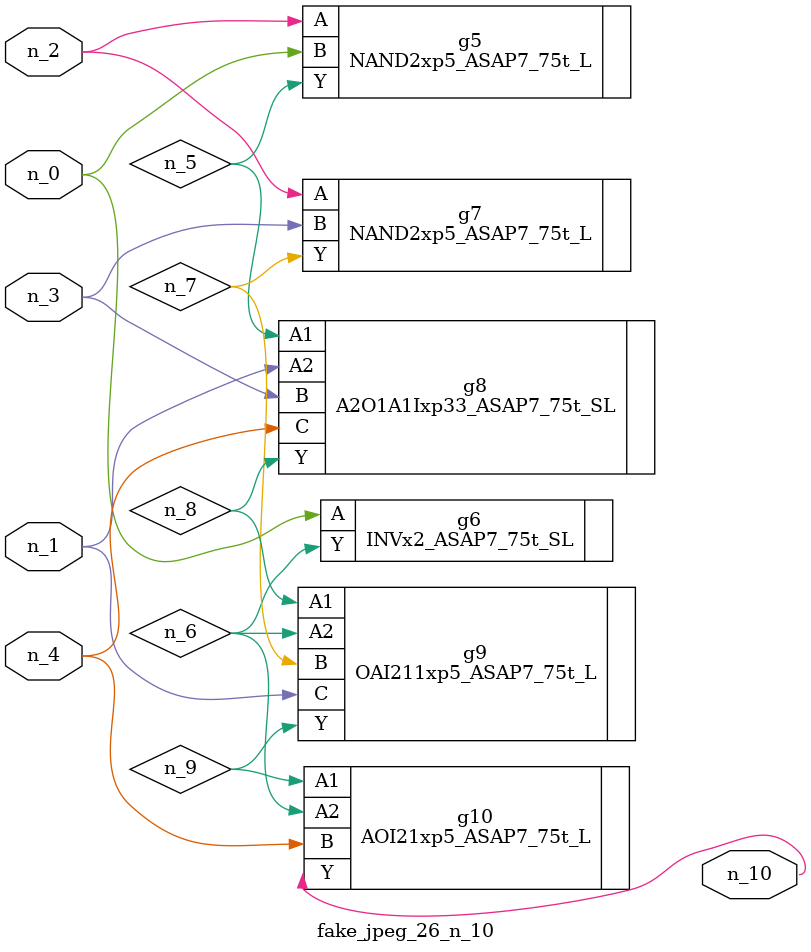
<source format=v>
module fake_jpeg_26_n_10 (n_3, n_2, n_1, n_0, n_4, n_10);

input n_3;
input n_2;
input n_1;
input n_0;
input n_4;

output n_10;

wire n_8;
wire n_9;
wire n_6;
wire n_5;
wire n_7;

NAND2xp5_ASAP7_75t_L g5 ( 
.A(n_2),
.B(n_0),
.Y(n_5)
);

INVx2_ASAP7_75t_SL g6 ( 
.A(n_0),
.Y(n_6)
);

NAND2xp5_ASAP7_75t_L g7 ( 
.A(n_2),
.B(n_3),
.Y(n_7)
);

A2O1A1Ixp33_ASAP7_75t_SL g8 ( 
.A1(n_5),
.A2(n_1),
.B(n_3),
.C(n_4),
.Y(n_8)
);

OAI211xp5_ASAP7_75t_L g9 ( 
.A1(n_8),
.A2(n_6),
.B(n_7),
.C(n_1),
.Y(n_9)
);

AOI21xp5_ASAP7_75t_L g10 ( 
.A1(n_9),
.A2(n_6),
.B(n_4),
.Y(n_10)
);


endmodule
</source>
